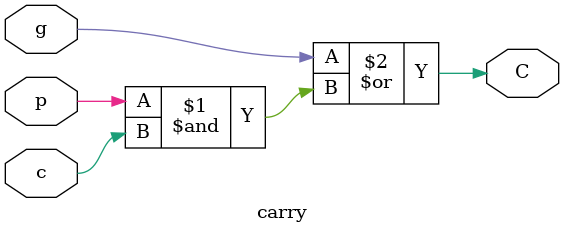
<source format=v>
module adder
(
  output wire s1,
  output wire s2,
  output wire s3,
  output wire s4,
  output wire s5,
  output wire s6,
  output wire s7,
  output wire s8,
  output wire s9,
  output wire s10,
  output wire s11,
  output wire s12,
  output wire s13,
  output wire s14,
  output wire s15,
  output wire s16,
  output wire cout,
  input wire b16,
  input wire a16,
  input wire b15,
  input wire a15,
  input wire b14,
  input wire a14,
  input wire b13,
  input wire a13,
  input wire b12,
  input wire a12,
  input wire b11,
  input wire a11,
  input wire b10,
  input wire a10,
  input wire b9,
  input wire a9,
  input wire b8,
  input wire a8,
  input wire b7,
  input wire a7,
  input wire b6,
  input wire a6,
  input wire b5,
  input wire a5,
  input wire b4,
  input wire a4,
  input wire b3,
  input wire a3,
  input wire b2,
  input wire a2,
  input wire b1,
  input wire a1,
  input wire cin
);
wire net10 ;
wire net11 ;
wire net12 ;
wire net13 ;
wire net14 ;
wire net15 ;
wire net16 ;
wire net17 ;
wire net18 ;
wire net19 ;
wire net20 ;
wire net21 ;
wire net22 ;
wire net23 ;
wire net24 ;
wire net25 ;
wire net26 ;
wire net27 ;
wire net28 ;
wire net29 ;
wire net30 ;
wire net31 ;
wire net32 ;
wire net33 ;
wire net34 ;
wire net35 ;
wire net36 ;
wire net37 ;
wire net38 ;
wire net39 ;
wire net40 ;
wire net41 ;
wire net42 ;
wire net43 ;
wire net44 ;
wire net45 ;
wire net46 ;
wire net47 ;
wire net48 ;
wire net49 ;
wire net50 ;
wire net51 ;
wire net52 ;
wire net53 ;
wire net54 ;
wire net55 ;
wire net56 ;
wire net57 ;
wire net58 ;
wire net59 ;
wire net60 ;
wire net61 ;
wire net62 ;
wire net63 ;
wire net64 ;
wire net65 ;
wire net66 ;
wire net67 ;
wire net68 ;
wire net69 ;
wire net70 ;
wire net71 ;
wire net72 ;
wire net73 ;
wire net74 ;
wire net75 ;
wire net76 ;
wire net77 ;
wire net1 ;
wire net2 ;
wire net3 ;
wire net4 ;
wire net5 ;
wire net6 ;
wire net7 ;
wire net8 ;
wire net9 ;

G
x2 ( 
 .A( a1 ),
 .G( net4 ),
 .B( b1 )
);


P
x3 ( 
 .A( a1 ),
 .P( net3 ),
 .B( b1 )
);


G
x4 ( 
 .A( a2 ),
 .G( net2 ),
 .B( b2 )
);


P
x5 ( 
 .A( a2 ),
 .P( net1 ),
 .B( b2 )
);


G
x6 ( 
 .A( a3 ),
 .G( net8 ),
 .B( b3 )
);


P
x7 ( 
 .A( a3 ),
 .P( net7 ),
 .B( b3 )
);


G
x8 ( 
 .A( a4 ),
 .G( net6 ),
 .B( b4 )
);


P
x9 ( 
 .A( a4 ),
 .P( net5 ),
 .B( b4 )
);


G
x10 ( 
 .A( a5 ),
 .G( net12 ),
 .B( b5 )
);


P
x11 ( 
 .A( a5 ),
 .P( net11 ),
 .B( b5 )
);


G
x12 ( 
 .A( a6 ),
 .G( net10 ),
 .B( b6 )
);


P
x13 ( 
 .A( a6 ),
 .P( net9 ),
 .B( b6 )
);


G
x14 ( 
 .A( a7 ),
 .G( net16 ),
 .B( b7 )
);


P
x15 ( 
 .A( a7 ),
 .P( net15 ),
 .B( b7 )
);


G
x16 ( 
 .A( a8 ),
 .G( net14 ),
 .B( b8 )
);


P
x17 ( 
 .A( a8 ),
 .P( net13 ),
 .B( b8 )
);


G
x18 ( 
 .A( a9 ),
 .G( net20 ),
 .B( b9 )
);


P
x19 ( 
 .A( a9 ),
 .P( net19 ),
 .B( b9 )
);


G
x20 ( 
 .A( a10 ),
 .G( net18 ),
 .B( b10 )
);


P
x21 ( 
 .A( a10 ),
 .P( net17 ),
 .B( b10 )
);


G
x22 ( 
 .A( a11 ),
 .G( net24 ),
 .B( b11 )
);


P
x23 ( 
 .A( a11 ),
 .P( net23 ),
 .B( b11 )
);


G
x24 ( 
 .A( a12 ),
 .G( net22 ),
 .B( b12 )
);


P
x25 ( 
 .A( a12 ),
 .P( net21 ),
 .B( b12 )
);


G
x26 ( 
 .A( a13 ),
 .G( net28 ),
 .B( b13 )
);


P
x27 ( 
 .A( a13 ),
 .P( net27 ),
 .B( b13 )
);


G
x28 ( 
 .A( a14 ),
 .G( net26 ),
 .B( b14 )
);


P
x29 ( 
 .A( a14 ),
 .P( net25 ),
 .B( b14 )
);


G
x30 ( 
 .A( a15 ),
 .G( net32 ),
 .B( b15 )
);


P
x31 ( 
 .A( a15 ),
 .P( net31 ),
 .B( b15 )
);


G
x32 ( 
 .A( a16 ),
 .G( net30 ),
 .B( b16 )
);


P
x33 ( 
 .A( a16 ),
 .P( net29 ),
 .B( b16 )
);


sum
x63 ( 
 .P( net3 ),
 .S( s1 ),
 .C( net77 )
);


sum
x64 ( 
 .P( net35 ),
 .S( s2 ),
 .C( net61 )
);


sum
x65 ( 
 .P( net7 ),
 .S( s3 ),
 .C( net76 )
);


sum
x66 ( 
 .P( net51 ),
 .S( s4 ),
 .C( net62 )
);


sum
x67 ( 
 .P( net11 ),
 .S( s5 ),
 .C( net75 )
);


sum
x68 ( 
 .P( net39 ),
 .S( s6 ),
 .C( net63 )
);


sum
x69 ( 
 .P( net15 ),
 .S( s7 ),
 .C( net74 )
);


sum
x70 ( 
 .P( net59 ),
 .S( s8 ),
 .C( net64 )
);


sum
x71 ( 
 .P( net19 ),
 .S( s9 ),
 .C( net73 )
);


sum
x72 ( 
 .P( net43 ),
 .S( s10 ),
 .C( net65 )
);


sum
x73 ( 
 .P( net23 ),
 .S( s11 ),
 .C( net72 )
);


sum
x74 ( 
 .P( net55 ),
 .S( s12 ),
 .C( net66 )
);


sum
x75 ( 
 .P( net27 ),
 .S( s13 ),
 .C( net71 )
);


sum
x76 ( 
 .P( net47 ),
 .S( s14 ),
 .C( net67 )
);


sum
x77 ( 
 .P( net31 ),
 .S( s15 ),
 .C( net70 )
);


sum
x78 ( 
 .P( net68 ),
 .S( s16 ),
 .C( cout )
);


dot
x79 ( 
 .g1( net4 ),
 .G( net36 ),
 .p1( net3 ),
 .P( net35 ),
 .g2( net2 ),
 .p2( net1 )
);


carry
x80 ( 
 .g( net4 ),
 .C( net77 ),
 .p( net3 ),
 .c( cin )
);


dot
x1 ( 
 .g1( net8 ),
 .G( net34 ),
 .p1( net7 ),
 .P( net33 ),
 .g2( net6 ),
 .p2( net5 )
);


dot
x34 ( 
 .g1( net12 ),
 .G( net40 ),
 .p1( net11 ),
 .P( net39 ),
 .g2( net10 ),
 .p2( net9 )
);


dot
x35 ( 
 .g1( net16 ),
 .G( net38 ),
 .p1( net15 ),
 .P( net37 ),
 .g2( net14 ),
 .p2( net13 )
);


dot
x36 ( 
 .g1( net20 ),
 .G( net44 ),
 .p1( net19 ),
 .P( net43 ),
 .g2( net18 ),
 .p2( net17 )
);


dot
x37 ( 
 .g1( net24 ),
 .G( net42 ),
 .p1( net23 ),
 .P( net41 ),
 .g2( net22 ),
 .p2( net21 )
);


dot
x38 ( 
 .g1( net28 ),
 .G( net48 ),
 .p1( net27 ),
 .P( net47 ),
 .g2( net26 ),
 .p2( net25 )
);


dot
x39 ( 
 .g1( net32 ),
 .G( net46 ),
 .p1( net31 ),
 .P( net45 ),
 .g2( net30 ),
 .p2( net29 )
);


dot
x40 ( 
 .g1( net36 ),
 .G( net52 ),
 .p1( net35 ),
 .P( net51 ),
 .g2( net34 ),
 .p2( net33 )
);


dot
x41 ( 
 .g1( net40 ),
 .G( net50 ),
 .p1( net39 ),
 .P( net49 ),
 .g2( net38 ),
 .p2( net37 )
);


dot
x42 ( 
 .g1( net44 ),
 .G( net56 ),
 .p1( net43 ),
 .P( net55 ),
 .g2( net42 ),
 .p2( net41 )
);


dot
x43 ( 
 .g1( net48 ),
 .G( net54 ),
 .p1( net47 ),
 .P( net53 ),
 .g2( net46 ),
 .p2( net45 )
);


dot
x44 ( 
 .g1( net52 ),
 .G( net60 ),
 .p1( net51 ),
 .P( net59 ),
 .g2( net50 ),
 .p2( net49 )
);


dot
x45 ( 
 .g1( net56 ),
 .G( net58 ),
 .p1( net55 ),
 .P( net57 ),
 .g2( net54 ),
 .p2( net53 )
);


dot
x46 ( 
 .g1( net60 ),
 .G( net69 ),
 .p1( net59 ),
 .P( net68 ),
 .g2( net58 ),
 .p2( net57 )
);


carry
x47 ( 
 .g( net36 ),
 .C( net61 ),
 .p( net35 ),
 .c( cin )
);


carry
x48 ( 
 .g( net8 ),
 .C( net76 ),
 .p( net7 ),
 .c( net61 )
);


carry
x49 ( 
 .g( net52 ),
 .C( net62 ),
 .p( net51 ),
 .c( cin )
);


carry
x50 ( 
 .g( net12 ),
 .C( net75 ),
 .p( net11 ),
 .c( net62 )
);


carry
x51 ( 
 .g( net40 ),
 .C( net63 ),
 .p( net39 ),
 .c( net62 )
);


carry
x52 ( 
 .g( net16 ),
 .C( net74 ),
 .p( net15 ),
 .c( net63 )
);


carry
x53 ( 
 .g( net60 ),
 .C( net64 ),
 .p( net59 ),
 .c( cin )
);


carry
x54 ( 
 .g( net20 ),
 .C( net73 ),
 .p( net19 ),
 .c( net64 )
);


carry
x55 ( 
 .g( net44 ),
 .C( net65 ),
 .p( net43 ),
 .c( net64 )
);


carry
x56 ( 
 .g( net24 ),
 .C( net72 ),
 .p( net23 ),
 .c( net65 )
);


carry
x57 ( 
 .g( net56 ),
 .C( net66 ),
 .p( net55 ),
 .c( net64 )
);


carry
x58 ( 
 .g( net69 ),
 .C( cout ),
 .p( net68 ),
 .c( net64 )
);


carry
x59 ( 
 .g( net28 ),
 .C( net71 ),
 .p( net27 ),
 .c( net66 )
);


carry
x60 ( 
 .g( net48 ),
 .C( net67 ),
 .p( net47 ),
 .c( net66 )
);


carry
x61 ( 
 .g( net32 ),
 .C( net70 ),
 .p( net31 ),
 .c( net67 )
);

endmodule

// expanding   symbol:  G.sym # of pins=3
// sym_path: /home/ee24s053/ee5311-2025/tut7/trees/common/G.sym
// sch_path: /home/ee24s053/ee5311-2025/tut7/trees/common/G.sch
module G
(
  input wire A,
  output wire G,
  input wire B
);
assign G = A & B;
// noconn G
// noconn A
// noconn B
endmodule

// expanding   symbol:  P.sym # of pins=3
// sym_path: /home/ee24s053/ee5311-2025/tut7/trees/common/P.sym
// sch_path: /home/ee24s053/ee5311-2025/tut7/trees/common/P.sch
module P
(
  input wire A,
  output wire P,
  input wire B
);
assign P = A ^ B;
// noconn P
// noconn A
// noconn B
endmodule

// expanding   symbol:  sum.sym # of pins=3
// sym_path: /home/ee24s053/ee5311-2025/tut7/trees/common/sum.sym
// sch_path: /home/ee24s053/ee5311-2025/tut7/trees/common/sum.sch
module sum
(
  input wire P,
  output wire S,
  input wire C
);
assign S = P ^ C;
// noconn S
// noconn P
// noconn C
endmodule

// expanding   symbol:  dot.sym # of pins=6
// sym_path: /home/ee24s053/ee5311-2025/tut7/trees/common/dot.sym
// sch_path: /home/ee24s053/ee5311-2025/tut7/trees/common/dot.sch
module dot
(
  input wire g1,
  output wire G,
  input wire p1,
  output wire P,
  input wire g2,
  input wire p2
);
// noconn G
// noconn P
// noconn g1
// noconn p1
// noconn g2
// noconn p2
assign G = g2 | (p2 & g1);
assign P = p1 & p2;

endmodule

// expanding   symbol:  carry.sym # of pins=4
// sym_path: /home/ee24s053/ee5311-2025/tut7/trees/common/carry.sym
// sch_path: /home/ee24s053/ee5311-2025/tut7/trees/common/carry.sch
module carry
(
  input wire g,
  output wire C,
  input wire p,
  input wire c
);
assign C = g | (p & c);
// noconn C
// noconn g
// noconn p
// noconn c
endmodule

</source>
